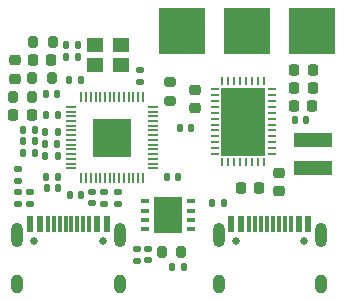
<source format=gbr>
%TF.GenerationSoftware,KiCad,Pcbnew,8.99.0-2194-gb3b7cbcab2*%
%TF.CreationDate,2024-11-16T00:43:09-05:00*%
%TF.ProjectId,minifoc esc,6d696e69-666f-4632-9065-73632e6b6963,V1.0*%
%TF.SameCoordinates,Original*%
%TF.FileFunction,Soldermask,Top*%
%TF.FilePolarity,Negative*%
%FSLAX46Y46*%
G04 Gerber Fmt 4.6, Leading zero omitted, Abs format (unit mm)*
G04 Created by KiCad (PCBNEW 8.99.0-2194-gb3b7cbcab2) date 2024-11-16 00:43:09*
%MOMM*%
%LPD*%
G01*
G04 APERTURE LIST*
G04 Aperture macros list*
%AMRoundRect*
0 Rectangle with rounded corners*
0 $1 Rounding radius*
0 $2 $3 $4 $5 $6 $7 $8 $9 X,Y pos of 4 corners*
0 Add a 4 corners polygon primitive as box body*
4,1,4,$2,$3,$4,$5,$6,$7,$8,$9,$2,$3,0*
0 Add four circle primitives for the rounded corners*
1,1,$1+$1,$2,$3*
1,1,$1+$1,$4,$5*
1,1,$1+$1,$6,$7*
1,1,$1+$1,$8,$9*
0 Add four rect primitives between the rounded corners*
20,1,$1+$1,$2,$3,$4,$5,0*
20,1,$1+$1,$4,$5,$6,$7,0*
20,1,$1+$1,$6,$7,$8,$9,0*
20,1,$1+$1,$8,$9,$2,$3,0*%
G04 Aperture macros list end*
%ADD10RoundRect,0.225000X-0.250000X0.225000X-0.250000X-0.225000X0.250000X-0.225000X0.250000X0.225000X0*%
%ADD11RoundRect,0.140000X0.140000X0.170000X-0.140000X0.170000X-0.140000X-0.170000X0.140000X-0.170000X0*%
%ADD12RoundRect,0.135000X-0.185000X0.135000X-0.185000X-0.135000X0.185000X-0.135000X0.185000X0.135000X0*%
%ADD13RoundRect,0.135000X-0.135000X-0.185000X0.135000X-0.185000X0.135000X0.185000X-0.135000X0.185000X0*%
%ADD14RoundRect,0.135000X0.135000X0.185000X-0.135000X0.185000X-0.135000X-0.185000X0.135000X-0.185000X0*%
%ADD15RoundRect,0.135000X0.185000X-0.135000X0.185000X0.135000X-0.185000X0.135000X-0.185000X-0.135000X0*%
%ADD16RoundRect,0.140000X-0.140000X-0.170000X0.140000X-0.170000X0.140000X0.170000X-0.140000X0.170000X0*%
%ADD17RoundRect,0.225000X-0.225000X-0.250000X0.225000X-0.250000X0.225000X0.250000X-0.225000X0.250000X0*%
%ADD18C,0.650000*%
%ADD19R,0.600000X1.450000*%
%ADD20R,0.300000X1.450000*%
%ADD21O,1.000000X2.100000*%
%ADD22O,1.000000X1.600000*%
%ADD23RoundRect,0.200000X0.200000X0.275000X-0.200000X0.275000X-0.200000X-0.275000X0.200000X-0.275000X0*%
%ADD24RoundRect,0.140000X-0.170000X0.140000X-0.170000X-0.140000X0.170000X-0.140000X0.170000X0.140000X0*%
%ADD25RoundRect,0.200000X-0.200000X-0.275000X0.200000X-0.275000X0.200000X0.275000X-0.200000X0.275000X0*%
%ADD26RoundRect,0.218750X-0.218750X-0.256250X0.218750X-0.256250X0.218750X0.256250X-0.218750X0.256250X0*%
%ADD27RoundRect,0.225000X0.225000X0.250000X-0.225000X0.250000X-0.225000X-0.250000X0.225000X-0.250000X0*%
%ADD28R,4.000000X4.000000*%
%ADD29R,0.762000X0.304800*%
%ADD30R,2.387600X3.098800*%
%ADD31RoundRect,0.050000X0.387500X0.050000X-0.387500X0.050000X-0.387500X-0.050000X0.387500X-0.050000X0*%
%ADD32RoundRect,0.050000X0.050000X0.387500X-0.050000X0.387500X-0.050000X-0.387500X0.050000X-0.387500X0*%
%ADD33R,3.200000X3.200000*%
%ADD34RoundRect,0.225000X0.250000X-0.225000X0.250000X0.225000X-0.250000X0.225000X-0.250000X-0.225000X0*%
%ADD35R,3.200000X1.200000*%
%ADD36R,0.711200X0.254000*%
%ADD37R,0.254000X0.711200*%
%ADD38R,3.810000X5.791200*%
%ADD39R,1.400000X1.200000*%
%ADD40RoundRect,0.218750X-0.256250X0.218750X-0.256250X-0.218750X0.256250X-0.218750X0.256250X0.218750X0*%
%ADD41RoundRect,0.200000X0.275000X-0.200000X0.275000X0.200000X-0.275000X0.200000X-0.275000X-0.200000X0*%
G04 APERTURE END LIST*
D10*
%TO.C,C10*%
X157390000Y-103890000D03*
X157390000Y-102340000D03*
%TD*%
D11*
%TO.C,C22*%
X140600000Y-104200000D03*
X139640000Y-104200000D03*
%TD*%
D12*
%TO.C,R5*%
X135250000Y-102000000D03*
X135250000Y-103020000D03*
%TD*%
D13*
%TO.C,R3*%
X137590000Y-100880000D03*
X138610000Y-100880000D03*
%TD*%
D11*
%TO.C,C16*%
X138640000Y-103640000D03*
X137680000Y-103640000D03*
%TD*%
D14*
%TO.C,R4*%
X140340000Y-92500000D03*
X139320000Y-92500000D03*
%TD*%
D15*
%TO.C,R11*%
X135260000Y-104930000D03*
X135260000Y-103910000D03*
%TD*%
D11*
%TO.C,C6*%
X136680000Y-99660000D03*
X135720000Y-99660000D03*
%TD*%
%TO.C,C19*%
X138610000Y-97380000D03*
X137650000Y-97380000D03*
%TD*%
%TO.C,C5*%
X136680000Y-98680000D03*
X135720000Y-98680000D03*
%TD*%
D16*
%TO.C,C18*%
X147860000Y-102710000D03*
X148820000Y-102710000D03*
%TD*%
D17*
%TO.C,C2*%
X158675000Y-93610000D03*
X160225000Y-93610000D03*
%TD*%
D11*
%TO.C,C7*%
X136690000Y-100640000D03*
X135730000Y-100640000D03*
%TD*%
D18*
%TO.C,J6*%
X153700000Y-108110000D03*
X159480000Y-108110000D03*
D19*
X153340000Y-106665000D03*
X154140000Y-106665000D03*
D20*
X155340000Y-106665000D03*
X156340000Y-106665000D03*
X156840000Y-106665000D03*
X157840000Y-106665000D03*
D19*
X159040000Y-106665000D03*
X159840000Y-106665000D03*
X159840000Y-106665000D03*
X159040000Y-106665000D03*
D20*
X158340000Y-106665000D03*
X157340000Y-106665000D03*
X155840000Y-106665000D03*
X154840000Y-106665000D03*
D19*
X154140000Y-106665000D03*
X153340000Y-106665000D03*
D21*
X152270000Y-107580000D03*
D22*
X152270000Y-111760000D03*
D21*
X160910000Y-107580000D03*
D22*
X160910000Y-111760000D03*
%TD*%
D23*
%TO.C,R8*%
X149105000Y-109060000D03*
X147455000Y-109060000D03*
%TD*%
D24*
%TO.C,C20*%
X142550000Y-103960000D03*
X142550000Y-104920000D03*
%TD*%
D25*
%TO.C,R14*%
X136485000Y-94310000D03*
X138135000Y-94310000D03*
%TD*%
D26*
%TO.C,D3*%
X134872500Y-97420000D03*
X136447500Y-97420000D03*
%TD*%
D12*
%TO.C,R10*%
X136270000Y-103910000D03*
X136270000Y-104930000D03*
%TD*%
D24*
%TO.C,C24*%
X143730000Y-103960000D03*
X143730000Y-104920000D03*
%TD*%
D25*
%TO.C,R12*%
X136545000Y-91240000D03*
X138195000Y-91240000D03*
%TD*%
D24*
%TO.C,C11*%
X145560000Y-93630000D03*
X145560000Y-94590000D03*
%TD*%
D16*
%TO.C,C12*%
X139350000Y-91480000D03*
X140310000Y-91480000D03*
%TD*%
D27*
%TO.C,C3*%
X160185000Y-96630000D03*
X158635000Y-96630000D03*
%TD*%
D15*
%TO.C,R6*%
X145340000Y-109760000D03*
X145340000Y-108740000D03*
%TD*%
D28*
%TO.C,J2*%
X160170000Y-90302000D03*
X154670000Y-90302000D03*
X149170000Y-90302000D03*
%TD*%
D13*
%TO.C,R2*%
X137580000Y-99850000D03*
X138600000Y-99850000D03*
%TD*%
D29*
%TO.C,U3*%
X149917000Y-107110300D03*
X149917000Y-106310200D03*
X149917000Y-105510100D03*
X149917000Y-104710000D03*
D30*
X147948500Y-105910150D03*
D29*
X145980000Y-104710000D03*
X145980000Y-105510100D03*
X145980000Y-106310200D03*
X145980000Y-107110300D03*
%TD*%
D17*
%TO.C,C1*%
X158655000Y-95120000D03*
X160205000Y-95120000D03*
%TD*%
%TO.C,C9*%
X154105000Y-103620000D03*
X155655000Y-103620000D03*
%TD*%
D18*
%TO.C,J4*%
X136650000Y-108110000D03*
X142430000Y-108110000D03*
D19*
X136290000Y-106665000D03*
X137090000Y-106665000D03*
D20*
X138290000Y-106665000D03*
X139290000Y-106665000D03*
X139790000Y-106665000D03*
X140790000Y-106665000D03*
D19*
X141990000Y-106665000D03*
X142790000Y-106665000D03*
X142790000Y-106665000D03*
X141990000Y-106665000D03*
D20*
X141290000Y-106665000D03*
X140290000Y-106665000D03*
X138790000Y-106665000D03*
X137790000Y-106665000D03*
D19*
X137090000Y-106665000D03*
X136290000Y-106665000D03*
D21*
X135220000Y-107580000D03*
D22*
X135220000Y-111760000D03*
D21*
X143860000Y-107580000D03*
D22*
X143860000Y-111760000D03*
%TD*%
D31*
%TO.C,U2*%
X146667500Y-101929700D03*
X146667500Y-101529700D03*
X146667500Y-101129700D03*
X146667500Y-100729700D03*
X146667500Y-100329700D03*
X146667500Y-99929700D03*
X146667500Y-99529700D03*
X146667500Y-99129700D03*
X146667500Y-98729700D03*
X146667500Y-98329700D03*
X146667500Y-97929700D03*
X146667500Y-97529700D03*
X146667500Y-97129700D03*
X146667500Y-96729700D03*
D32*
X145830000Y-95892200D03*
X145430000Y-95892200D03*
X145030000Y-95892200D03*
X144630000Y-95892200D03*
X144230000Y-95892200D03*
X143830000Y-95892200D03*
X143430000Y-95892200D03*
X143030000Y-95892200D03*
X142630000Y-95892200D03*
X142230000Y-95892200D03*
X141830000Y-95892200D03*
X141430000Y-95892200D03*
X141030000Y-95892200D03*
X140630000Y-95892200D03*
D31*
X139792500Y-96729700D03*
X139792500Y-97129700D03*
X139792500Y-97529700D03*
X139792500Y-97929700D03*
X139792500Y-98329700D03*
X139792500Y-98729700D03*
X139792500Y-99129700D03*
X139792500Y-99529700D03*
X139792500Y-99929700D03*
X139792500Y-100329700D03*
X139792500Y-100729700D03*
X139792500Y-101129700D03*
X139792500Y-101529700D03*
X139792500Y-101929700D03*
D32*
X140630000Y-102767200D03*
X141030000Y-102767200D03*
X141430000Y-102767200D03*
X141830000Y-102767200D03*
X142230000Y-102767200D03*
X142630000Y-102767200D03*
X143030000Y-102767200D03*
X143430000Y-102767200D03*
X143830000Y-102767200D03*
X144230000Y-102767200D03*
X144630000Y-102767200D03*
X145030000Y-102767200D03*
X145430000Y-102767200D03*
X145830000Y-102767200D03*
D33*
X143230000Y-99329700D03*
%TD*%
D34*
%TO.C,C8*%
X150220000Y-96845000D03*
X150220000Y-95295000D03*
%TD*%
D35*
%TO.C,L1*%
X160220000Y-99540000D03*
X160220000Y-101940000D03*
%TD*%
D11*
%TO.C,C15*%
X140560000Y-94480000D03*
X139600000Y-94480000D03*
%TD*%
D26*
%TO.C,D1*%
X136522500Y-92770000D03*
X138097500Y-92770000D03*
%TD*%
D36*
%TO.C,U1*%
X156730000Y-100730756D03*
X156730000Y-100230630D03*
X156730000Y-99730504D03*
X156730000Y-99230378D03*
X156730000Y-98730252D03*
X156730000Y-98230126D03*
X156730000Y-97730000D03*
X156730000Y-97229874D03*
X156730000Y-96729748D03*
X156730000Y-96229622D03*
X156730000Y-95729496D03*
X156730000Y-95229370D03*
D37*
X156080141Y-94576463D03*
X155580015Y-94576463D03*
X155079889Y-94576463D03*
X154579763Y-94576463D03*
X154079637Y-94576463D03*
X153579511Y-94576463D03*
X153079385Y-94576463D03*
X152579259Y-94576463D03*
D36*
X151929400Y-95229370D03*
X151929400Y-95729496D03*
X151929400Y-96229622D03*
X151929400Y-96729748D03*
X151929400Y-97229874D03*
X151929400Y-97730000D03*
X151929400Y-98230126D03*
X151929400Y-98730252D03*
X151929400Y-99230378D03*
X151929400Y-99730504D03*
X151929400Y-100230630D03*
X151929400Y-100730756D03*
D37*
X152579259Y-101383663D03*
X153079385Y-101383663D03*
X153579511Y-101383663D03*
X154079637Y-101383663D03*
X154579763Y-101383663D03*
X155079889Y-101383663D03*
X155580015Y-101383663D03*
X156080141Y-101383663D03*
D38*
X154329700Y-97980063D03*
%TD*%
D39*
%TO.C,Y1*%
X143980000Y-91460000D03*
X141780000Y-91460000D03*
X141780000Y-93160000D03*
X143980000Y-93160000D03*
%TD*%
D24*
%TO.C,C13*%
X141550000Y-103950000D03*
X141550000Y-104910000D03*
%TD*%
D13*
%TO.C,R1*%
X137590000Y-98850000D03*
X138610000Y-98850000D03*
%TD*%
D16*
%TO.C,C17*%
X148949500Y-98480000D03*
X149909500Y-98480000D03*
%TD*%
D40*
%TO.C,D2*%
X135000000Y-92762500D03*
X135000000Y-94337500D03*
%TD*%
D13*
%TO.C,R7*%
X148320000Y-110310000D03*
X149340000Y-110310000D03*
%TD*%
D24*
%TO.C,C14*%
X146270000Y-108750000D03*
X146270000Y-109710000D03*
%TD*%
D11*
%TO.C,C23*%
X138590000Y-95630000D03*
X137630000Y-95630000D03*
%TD*%
D41*
%TO.C,R13*%
X148150000Y-96245000D03*
X148150000Y-94595000D03*
%TD*%
D11*
%TO.C,C21*%
X138620000Y-102660000D03*
X137660000Y-102660000D03*
%TD*%
D25*
%TO.C,R15*%
X134835000Y-95890000D03*
X136485000Y-95890000D03*
%TD*%
D14*
%TO.C,R9*%
X152710000Y-104910000D03*
X151690000Y-104910000D03*
%TD*%
D16*
%TO.C,C4*%
X158720000Y-97850000D03*
X159680000Y-97850000D03*
%TD*%
M02*

</source>
